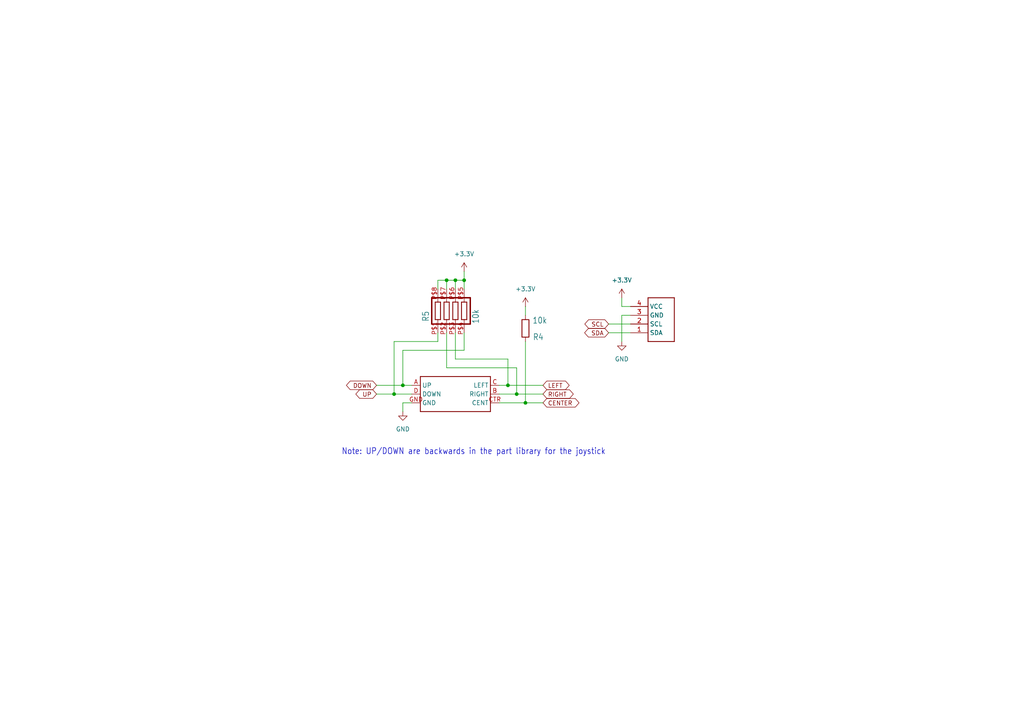
<source format=kicad_sch>
(kicad_sch (version 20231120) (generator "eeschema") (generator_version "8.0")
  (paper "A4")
  (lib_symbols
    (symbol "Device:R" (pin_numbers hide) (pin_names (offset 0))
      (property "Reference" "R" (at 2.032 0 90))
      (property "Value" "R" (at 0 0 90))
      (symbol "R_0_1"
        (rectangle (start -1.016 -2.54) (end 1.016 2.54) (stroke (width 0.254)))
      )
      (symbol "R_1_1"
        (pin passive line (at 0 3.81 270) (length 1.27) (name "~") (number "1"))
        (pin passive line (at 0 -3.81 90) (length 1.27) (name "~") (number "2"))
      )
    )
    (symbol "controller:744C083"
      (property "Reference" "R" (at -1.905 5.08 0))
      (symbol "744C083_1_0"
        (polyline (pts (xy -2.54 -5.08) (xy -1.27 -5.08)) (stroke (width 0.1524)))
        (polyline (pts (xy -2.54 -2.54) (xy -1.27 -2.54)) (stroke (width 0.1524)))
        (polyline (pts (xy -2.54 0) (xy -1.27 0)) (stroke (width 0.1524)))
        (polyline (pts (xy -2.54 4.318) (xy -2.54 -6.858)) (stroke (width 0.4064)))
        (polyline (pts (xy -1.27 -5.842) (xy 3.81 -5.842)) (stroke (width 0.254)))
        (polyline (pts (xy -1.27 -5.08) (xy -1.27 -5.842)) (stroke (width 0.254)))
        (polyline (pts (xy -1.27 -4.318) (xy -1.27 -5.08)) (stroke (width 0.254)))
        (polyline (pts (xy -1.27 -3.302) (xy 3.81 -3.302)) (stroke (width 0.254)))
        (polyline (pts (xy -1.27 -2.54) (xy -1.27 -3.302)) (stroke (width 0.254)))
        (polyline (pts (xy -1.27 -1.778) (xy -1.27 -2.54)) (stroke (width 0.254)))
        (polyline (pts (xy -1.27 -0.762) (xy 3.81 -0.762)) (stroke (width 0.254)))
        (polyline (pts (xy -1.27 0) (xy -1.27 -0.762)) (stroke (width 0.254)))
        (polyline (pts (xy -1.27 0.762) (xy -1.27 0)) (stroke (width 0.254)))
        (polyline (pts (xy -1.27 1.778) (xy 3.81 1.778)) (stroke (width 0.254)))
        (polyline (pts (xy -1.27 2.54) (xy -2.54 2.54)) (stroke (width 0.1524)))
        (polyline (pts (xy -1.27 2.54) (xy -1.27 1.778)) (stroke (width 0.254)))
        (polyline (pts (xy -1.27 3.302) (xy -1.27 2.54)) (stroke (width 0.254)))
        (polyline (pts (xy 3.81 -5.842) (xy 3.81 -5.08)) (stroke (width 0.254)))
        (polyline (pts (xy 3.81 -5.08) (xy 3.81 -4.318)) (stroke (width 0.254)))
        (polyline (pts (xy 3.81 -4.318) (xy -1.27 -4.318)) (stroke (width 0.254)))
        (polyline (pts (xy 3.81 -3.302) (xy 3.81 -2.54)) (stroke (width 0.254)))
        (polyline (pts (xy 3.81 -2.54) (xy 3.81 -1.778)) (stroke (width 0.254)))
        (polyline (pts (xy 3.81 -1.778) (xy -1.27 -1.778)) (stroke (width 0.254)))
        (polyline (pts (xy 3.81 -0.762) (xy 3.81 0)) (stroke (width 0.254)))
        (polyline (pts (xy 3.81 0) (xy 3.81 0.762)) (stroke (width 0.254)))
        (polyline (pts (xy 3.81 0.762) (xy -1.27 0.762)) (stroke (width 0.254)))
        (polyline (pts (xy 3.81 1.778) (xy 3.81 2.54)) (stroke (width 0.254)))
        (polyline (pts (xy 3.81 2.54) (xy 3.81 3.302)) (stroke (width 0.254)))
        (polyline (pts (xy 3.81 2.54) (xy 5.08 2.54)) (stroke (width 0.1524)))
        (polyline (pts (xy 3.81 3.302) (xy -1.27 3.302)) (stroke (width 0.254)))
        (polyline (pts (xy 5.08 -6.858) (xy -2.54 -6.858)) (stroke (width 0.4064)))
        (polyline (pts (xy 5.08 -5.08) (xy 3.81 -5.08)) (stroke (width 0.1524)))
        (polyline (pts (xy 5.08 -2.54) (xy 3.81 -2.54)) (stroke (width 0.1524)))
        (polyline (pts (xy 5.08 0) (xy 3.81 0)) (stroke (width 0.1524)))
        (polyline (pts (xy 5.08 4.318) (xy -2.54 4.318)) (stroke (width 0.4064)))
        (polyline (pts (xy 5.08 4.318) (xy 5.08 -6.858)) (stroke (width 0.4064)))
        (pin passive line (at -5.08 2.54 0) (length 2.54) (name "1") (number "P$1"))
        (pin passive line (at -5.08 0 0) (length 2.54) (name "2") (number "P$2"))
        (pin passive line (at -5.08 -2.54 0) (length 2.54) (name "3") (number "P$3"))
        (pin passive line (at -5.08 -5.08 0) (length 2.54) (name "4") (number "P$4"))
        (pin passive line (at 7.62 -5.08 180) (length 2.54) (name "5") (number "P$5"))
        (pin passive line (at 7.62 -2.54 180) (length 2.54) (name "6") (number "P$6"))
        (pin passive line (at 7.62 0 180) (length 2.54) (name "7") (number "P$7"))
        (pin passive line (at 7.62 2.54 180) (length 2.54) (name "8") (number "P$8"))
      )
    )
    (symbol "controller:JOYSTICK_MINI"
      (symbol "JOYSTICK_MINI_1_0"
        (polyline (pts (xy -10.16 -5.08) (xy -10.16 5.08)) (stroke (width 0.254)))
        (polyline (pts (xy -10.16 5.08) (xy 10.16 5.08)) (stroke (width 0.254)))
        (polyline (pts (xy 10.16 -5.08) (xy -10.16 -5.08)) (stroke (width 0.254)))
        (polyline (pts (xy 10.16 5.08) (xy 10.16 -5.08)) (stroke (width 0.254)))
        (pin bidirectional line (at -12.7 2.54 0) (length 2.54) (name "UP") (number "A"))
        (pin bidirectional line (at 12.7 0 180) (length 2.54) (name "RIGHT") (number "B"))
        (pin bidirectional line (at 12.7 2.54 180) (length 2.54) (name "LEFT") (number "C"))
        (pin bidirectional line (at 12.7 -2.54 180) (length 2.54) (name "CENT") (number "CTR"))
        (pin bidirectional line (at -12.7 0 0) (length 2.54) (name "DOWN") (number "D"))
        (pin passive line (at -12.7 -2.54 0) (length 2.54) (name "GND") (number "GND"))
      )
    )
    (symbol "controller:SSD1306-OLED"
      (symbol "SSD1306-OLED_1_0"
        (polyline (pts (xy -25.4 10.16) (xy -17.78 10.16)) (stroke (width 0.254)))
        (polyline (pts (xy -25.4 22.86) (xy -25.4 10.16)) (stroke (width 0.254)))
        (polyline (pts (xy -17.78 10.16) (xy -17.78 22.86)) (stroke (width 0.254)))
        (polyline (pts (xy -17.78 22.86) (xy -25.4 22.86)) (stroke (width 0.254)))
        (pin passive line (at -30.48 12.7 0) (length 5.08) (name "SDA") (number "1"))
        (pin passive line (at -30.48 15.24 0) (length 5.08) (name "SCL") (number "2"))
        (pin power_in line (at -30.48 17.78 0) (length 5.08) (name "GND") (number "3"))
        (pin power_in line (at -30.48 20.32 0) (length 5.08) (name "VCC") (number "4"))
      )
    )
    (symbol "power:+3.3V" (power) (pin_numbers hide) (pin_names (offset 0) hide)
      (property "Value" "+3.3V" (at 0 3.556 0))
      (symbol "+3.3V_0_1"
        (polyline (pts (xy -0.762 1.27) (xy 0 2.54)))
        (polyline (pts (xy 0 0) (xy 0 2.54)))
        (polyline (pts (xy 0 2.54) (xy 0.762 1.27)))
      )
      (symbol "+3.3V_1_1"
        (pin power_in line (at 0 0 90) (length 0) (name "~") (number "1"))
      )
    )
    (symbol "power:GND" (power) (pin_numbers hide) (pin_names (offset 0) hide)
      (property "Value" "GND" (at 0 -3.81 0))
      (symbol "GND_0_1"
        (polyline (pts (xy 0 0) (xy 0 -1.27) (xy 1.27 -1.27) (xy 0 -2.54) (xy -1.27 -1.27) (xy 0 -1.27)))
      )
      (symbol "GND_1_1"
        (pin power_in line (at 0 0 270) (length 0) (name "~") (number "1"))
      )
    )
  )
  (junction (at 129.54 81.28))
  (junction (at 152.4 116.84))
  (junction (at 149.86 114.3))
  (junction (at 116.84 111.76))
  (junction (at 114.3 114.3))
  (junction (at 132.08 81.28))
  (junction (at 147.32 111.76))
  (junction (at 134.62 81.28))
  (wire (pts (xy 129.54 81.28) (xy 127 81.28)) (stroke (width 0.1524)))
  (wire (pts (xy 147.32 111.76) (xy 147.32 104.14)) (stroke (width 0.1524)))
  (wire (pts (xy 132.08 81.28) (xy 132.08 83.82)) (stroke (width 0.1524)))
  (wire (pts (xy 144.78 116.84) (xy 152.4 116.84)) (stroke (width 0.1524)))
  (wire (pts (xy 129.54 106.68) (xy 149.86 106.68)) (stroke (width 0.1524)))
  (wire (pts (xy 109.22 111.76) (xy 116.84 111.76)) (stroke (width 0.1524)))
  (wire (pts (xy 116.84 119.38) (xy 116.84 116.84)) (stroke (width 0.1524)))
  (wire (pts (xy 182.88 88.9) (xy 180.34 88.9)) (stroke (width 0.1524)))
  (wire (pts (xy 127 99.06) (xy 127 96.52)) (stroke (width 0.1524)))
  (wire (pts (xy 127 81.28) (xy 127 83.82)) (stroke (width 0.1524)))
  (wire (pts (xy 152.4 116.84) (xy 152.4 99.06)) (stroke (width 0.1524)))
  (wire (pts (xy 116.84 116.84) (xy 119.38 116.84)) (stroke (width 0.1524)))
  (wire (pts (xy 152.4 88.9) (xy 152.4 91.44)) (stroke (width 0.1524)))
  (wire (pts (xy 134.62 81.28) (xy 134.62 83.82)) (stroke (width 0.1524)))
  (wire (pts (xy 116.84 101.6) (xy 116.84 111.76)) (stroke (width 0.1524)))
  (wire (pts (xy 114.3 99.06) (xy 114.3 114.3)) (stroke (width 0.1524)))
  (wire (pts (xy 147.32 111.76) (xy 157.48 111.76)) (stroke (width 0.1524)))
  (wire (pts (xy 129.54 81.28) (xy 129.54 83.82)) (stroke (width 0.1524)))
  (wire (pts (xy 149.86 114.3) (xy 157.48 114.3)) (stroke (width 0.1524)))
  (wire (pts (xy 134.62 78.74) (xy 134.62 81.28)) (stroke (width 0.1524)))
  (wire (pts (xy 132.08 81.28) (xy 129.54 81.28)) (stroke (width 0.1524)))
  (wire (pts (xy 152.4 116.84) (xy 157.48 116.84)) (stroke (width 0.1524)))
  (wire (pts (xy 114.3 99.06) (xy 127 99.06)) (stroke (width 0.1524)))
  (wire (pts (xy 134.62 96.52) (xy 134.62 101.6)) (stroke (width 0.1524)))
  (wire (pts (xy 116.84 111.76) (xy 119.38 111.76)) (stroke (width 0.1524)))
  (wire (pts (xy 119.38 114.3) (xy 114.3 114.3)) (stroke (width 0.1524)))
  (wire (pts (xy 149.86 114.3) (xy 149.86 106.68)) (stroke (width 0.1524)))
  (wire (pts (xy 147.32 104.14) (xy 132.08 104.14)) (stroke (width 0.1524)))
  (wire (pts (xy 144.78 114.3) (xy 149.86 114.3)) (stroke (width 0.1524)))
  (wire (pts (xy 180.34 88.9) (xy 180.34 86.36)) (stroke (width 0.1524)))
  (wire (pts (xy 182.88 91.44) (xy 180.34 91.44)) (stroke (width 0.1524)))
  (wire (pts (xy 182.88 93.98) (xy 176.53 93.98)) (stroke (width 0.1524)))
  (wire (pts (xy 129.54 96.52) (xy 129.54 106.68)) (stroke (width 0.1524)))
  (wire (pts (xy 180.34 91.44) (xy 180.34 99.06)) (stroke (width 0.1524)))
  (wire (pts (xy 144.78 111.76) (xy 147.32 111.76)) (stroke (width 0.1524)))
  (wire (pts (xy 116.84 101.6) (xy 134.62 101.6)) (stroke (width 0.1524)))
  (wire (pts (xy 114.3 114.3) (xy 109.22 114.3)) (stroke (width 0.1524)))
  (wire (pts (xy 134.62 81.28) (xy 132.08 81.28)) (stroke (width 0.1524)))
  (wire (pts (xy 132.08 104.14) (xy 132.08 96.52)) (stroke (width 0.1524)))
  (wire (pts (xy 182.88 96.52) (xy 176.53 96.52)) (stroke (width 0.1524)))
  (text "Note: UP/DOWN are backwards in the part library for the joystick" (at 99.06 132.08 0) (effects (font (size 1.778 1.5113)) (justify left bottom)))
  (global_label "UP" (shape bidirectional) (at 109.22 114.3 180) (effects (font (size 1.2446 1.2446))) (property "Intersheetrefs" "${INTERSHEET_REFS}" (effects (hide yes))))
  (global_label "LEFT" (shape bidirectional) (at 157.48 111.76 0) (effects (font (size 1.2446 1.2446))) (property "Intersheetrefs" "${INTERSHEET_REFS}" (effects (hide yes))))
  (global_label "SCL" (shape bidirectional) (at 176.53 93.98 180) (effects (font (size 1.2446 1.2446))) (property "Intersheetrefs" "${INTERSHEET_REFS}" (effects (hide yes))))
  (global_label "DOWN" (shape bidirectional) (at 109.22 111.76 180) (effects (font (size 1.2446 1.2446))) (property "Intersheetrefs" "${INTERSHEET_REFS}" (effects (hide yes))))
  (global_label "SDA" (shape bidirectional) (at 176.53 96.52 180) (effects (font (size 1.2446 1.2446))) (property "Intersheetrefs" "${INTERSHEET_REFS}" (effects (hide yes))))
  (global_label "CENTER" (shape bidirectional) (at 157.48 116.84 0) (effects (font (size 1.2446 1.2446))) (property "Intersheetrefs" "${INTERSHEET_REFS}" (effects (hide yes))))
  (global_label "RIGHT" (shape bidirectional) (at 157.48 114.3 0) (effects (font (size 1.2446 1.2446))) (property "Intersheetrefs" "${INTERSHEET_REFS}" (effects (hide yes))))
  (symbol (lib_id "controller:SSD1306-OLED") (at 213.36 109.22 0) (unit 1)
    (property "Reference" "U$5" (effects (hide yes)))
    (property "Value" "SSD1306-OLED" (effects (hide yes)))
    (property "Footprint" "controller:SSD1306-OLED" (effects (hide yes)))
  )
  (symbol (lib_id "controller:JOYSTICK_MINI") (at 132.08 114.3 0) (unit 1)
    (property "Reference" "S1" (effects (hide yes)))
    (property "Value" "JOYSTICK_MINI" (effects (hide yes)))
    (property "Footprint" "controller:JOYSTICK_MINI" (effects (hide yes)))
  )
  (symbol (lib_id "power:+3.3V") (at 152.4 88.9 0) (unit 1)
    (property "Reference" "#PWR029" (effects (hide yes)))
    (property "Value" "+3.3V" (at 152.4 83.82 0))
    (property "Description" "Power symbol creates a global label with name \"+3.3V\"" (effects (hide yes)))
  )
  (symbol (lib_id "power:GND") (at 116.84 119.38 0) (unit 1)
    (property "Reference" "#PWR032" (effects (hide yes)))
    (property "Value" "GND" (at 116.84 124.46 0))
    (property "Description" "Power symbol creates a global label with name \"GND\" , ground" (effects (hide yes)))
  )
  (symbol (lib_id "power:+3.3V") (at 134.62 78.74 0) (unit 1)
    (property "Reference" "#PWR028" (effects (hide yes)))
    (property "Value" "+3.3V" (at 134.62 73.66 0))
    (property "Description" "Power symbol creates a global label with name \"+3.3V\"" (effects (hide yes)))
  )
  (symbol (lib_id "controller:744C083") (at 129.54 91.44 90) (unit 1)
    (property "Reference" "R5" (at 124.46 93.345 0) (effects (font (size 1.778 1.5113)) (justify left bottom)))
    (property "Value" "10k" (at 138.938 93.98 0) (effects (font (size 1.778 1.5113)) (justify left bottom)))
    (property "Footprint" "controller:2012-4N-CONCAVE" (effects (hide yes)))
  )
  (symbol (lib_id "Device:R") (at 152.4 95.25 180) (unit 1)
    (property "Reference" "R4" (at 157.734 96.774 0) (effects (font (size 1.778 1.5113)) (justify left bottom)))
    (property "Value" "10k" (at 158.75 91.948 0) (effects (font (size 1.778 1.5113)) (justify left bottom)))
    (property "Footprint" "controller:R0805" (effects (hide yes)))
    (property "Description" "Resistor" (effects (hide yes)))
  )
  (symbol (lib_id "power:GND") (at 180.34 99.06 0) (unit 1)
    (property "Reference" "#PWR031" (effects (hide yes)))
    (property "Value" "GND" (at 180.34 104.14 0))
    (property "Description" "Power symbol creates a global label with name \"GND\" , ground" (effects (hide yes)))
  )
  (symbol (lib_id "power:+3.3V") (at 180.34 86.36 0) (unit 1)
    (property "Reference" "#PWR030" (effects (hide yes)))
    (property "Value" "+3.3V" (at 180.34 81.28 0))
    (property "Description" "Power symbol creates a global label with name \"+3.3V\"" (effects (hide yes)))
  )
)
</source>
